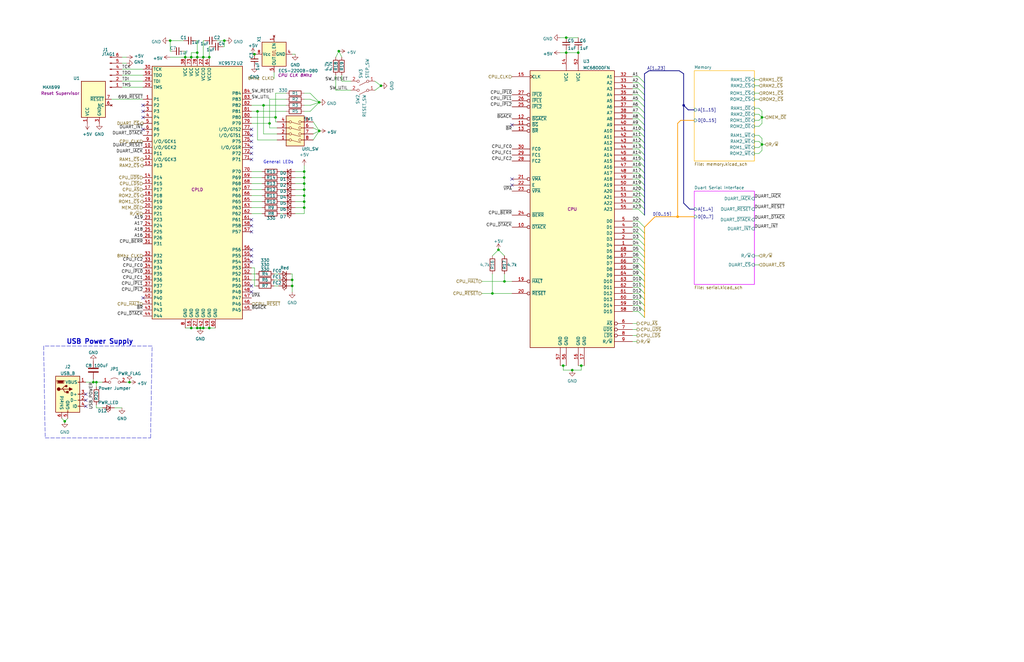
<source format=kicad_sch>
(kicad_sch (version 20211123) (generator eeschema)
  (paper "B")
  (title_block (title "Single Board Computer") (date "2022-02-01") (rev "2") (company "Jackson Miller") (comment 1 "Main Sheet") (comment 2 "CPU Connections"))
  (bus_alias "DATA_BUS" (members "D[1..15]"))
  (bus_alias "ADDR_BUS" (members "A[1..23]"))
  (junction (at 78.105 24.13))
  (junction (at 54.61 161.29))
  (junction (at 107.315 22.86))
  (junction (at 288.29 44.45))
  (junction (at 243.84 22.225))
  (junction (at 128.27 87.63))
  (junction (at 83.185 24.13))
  (junction (at 142.875 21.59))
  (junction (at 94.615 17.145))
  (junction (at 285.75 91.44) (color 255 153 0 1))
  (junction (at 39.37 161.29))
  (junction (at 128.27 77.47))
  (junction (at 85.725 24.13))
  (junction (at 83.185 22.225))
  (junction (at 321.31 60.96))
  (junction (at 27.305 177.8))
  (junction (at 88.265 24.13))
  (junction (at 128.27 82.55))
  (junction (at 88.265 138.43))
  (junction (at 116.205 49.53))
  (junction (at 85.725 138.43))
  (junction (at 123.19 118.11))
  (junction (at 237.49 154.305))
  (junction (at 128.27 74.93))
  (junction (at 241.3 156.21))
  (junction (at 134.62 55.245))
  (junction (at 207.645 123.825))
  (junction (at 71.755 17.145))
  (junction (at 83.185 138.43))
  (junction (at 128.27 80.01))
  (junction (at 40.64 161.29))
  (junction (at 80.645 138.43))
  (junction (at 128.27 72.39))
  (junction (at 123.19 120.65))
  (junction (at 321.31 49.53))
  (junction (at 160.655 36.195))
  (junction (at 113.665 52.07))
  (junction (at 108.585 46.99))
  (junction (at 212.725 118.745))
  (junction (at 210.185 105.41))
  (junction (at 238.76 22.225))
  (junction (at 84.455 138.43))
  (junction (at 238.76 15.875))
  (junction (at 245.11 154.305))
  (junction (at 80.645 24.13))
  (junction (at 111.125 44.45))
  (junction (at 128.27 85.09))
  (junction (at 134.62 43.18))
  (no_connect (at 106.045 54.61))
  (no_connect (at 106.045 62.23))
  (no_connect (at 215.9 52.705))
  (no_connect (at 106.045 110.49))
  (no_connect (at 60.325 49.53))
  (no_connect (at 36.195 171.45))
  (no_connect (at 36.195 168.91))
  (no_connect (at 36.195 166.37))
  (no_connect (at 106.045 123.19))
  (no_connect (at 215.9 78.105))
  (no_connect (at 215.9 75.565))
  (no_connect (at 106.045 64.77))
  (no_connect (at 106.045 92.71))
  (no_connect (at 106.045 95.25))
  (no_connect (at 106.045 97.79))
  (no_connect (at 106.045 107.95))
  (no_connect (at 60.325 44.45))
  (no_connect (at 60.325 46.99))
  (no_connect (at 106.045 120.65))
  (no_connect (at 106.045 105.41))
  (no_connect (at 106.045 57.15))
  (no_connect (at 60.325 54.61))
  (no_connect (at 106.045 59.69))
  (no_connect (at 60.325 125.73))
  (no_connect (at 106.045 67.31))
  (bus_entry (at 269.24 93.345) (size 2.54 2.54))
  (bus_entry (at 269.24 88.265) (size 2.54 2.54))
  (bus_entry (at 269.24 100.965) (size 2.54 2.54))
  (bus_entry (at 269.24 103.505) (size 2.54 2.54))
  (bus_entry (at 269.24 95.885) (size 2.54 2.54))
  (bus_entry (at 269.24 98.425) (size 2.54 2.54))
  (bus_entry (at 269.24 85.725) (size 2.54 2.54))
  (bus_entry (at 269.24 83.185) (size 2.54 2.54))
  (bus_entry (at 269.24 80.645) (size 2.54 2.54))
  (bus_entry (at 269.24 78.105) (size 2.54 2.54))
  (bus_entry (at 269.24 75.565) (size 2.54 2.54))
  (bus_entry (at 269.24 73.025) (size 2.54 2.54))
  (bus_entry (at 269.24 70.485) (size 2.54 2.54))
  (bus_entry (at 269.24 67.945) (size 2.54 2.54))
  (bus_entry (at 269.24 65.405) (size 2.54 2.54))
  (bus_entry (at 269.24 62.865) (size 2.54 2.54))
  (bus_entry (at 269.24 60.325) (size 2.54 2.54))
  (bus_entry (at 269.24 57.785) (size 2.54 2.54))
  (bus_entry (at 269.24 55.245) (size 2.54 2.54))
  (bus_entry (at 269.24 52.705) (size 2.54 2.54))
  (bus_entry (at 269.24 50.165) (size 2.54 2.54))
  (bus_entry (at 269.24 45.085) (size 2.54 2.54))
  (bus_entry (at 269.24 47.625) (size 2.54 2.54))
  (bus_entry (at 269.24 40.005) (size 2.54 2.54))
  (bus_entry (at 269.24 37.465) (size 2.54 2.54))
  (bus_entry (at 269.24 34.925) (size 2.54 2.54))
  (bus_entry (at 269.24 32.385) (size 2.54 2.54))
  (bus_entry (at 269.24 42.545) (size 2.54 2.54))
  (bus_entry (at 269.24 121.285) (size 2.54 2.54))
  (bus_entry (at 269.24 123.825) (size 2.54 2.54))
  (bus_entry (at 269.24 108.585) (size 2.54 2.54))
  (bus_entry (at 269.24 111.125) (size 2.54 2.54))
  (bus_entry (at 269.24 113.665) (size 2.54 2.54))
  (bus_entry (at 269.24 116.205) (size 2.54 2.54))
  (bus_entry (at 269.24 118.745) (size 2.54 2.54))
  (bus_entry (at 269.24 126.365) (size 2.54 2.54))
  (bus_entry (at 269.24 128.905) (size 2.54 2.54))
  (bus_entry (at 269.24 131.445) (size 2.54 2.54))
  (bus_entry (at 269.24 106.045) (size 2.54 2.54))
  (wire (pts (xy 128.27 90.17) (xy 128.27 87.63)))
  (wire (pts (xy 238.76 22.225) (xy 243.84 22.225)))
  (wire (pts (xy 128.27 85.09) (xy 128.27 82.55)))
  (wire (pts (xy 111.125 44.45) (xy 106.045 44.45)))
  (wire (pts (xy 107.95 115.57) (xy 106.045 115.57)))
  (bus (pts (xy 287.02 50.8) (xy 292.735 50.8)) (stroke (width 0) (color 255 153 0 1)))
  (bus (pts (xy 271.78 65.405) (xy 271.78 67.945)))
  (wire (pts (xy 110.49 77.47) (xy 106.045 77.47)))
  (wire (pts (xy 51.435 34.29) (xy 60.325 34.29)))
  (wire (pts (xy 40.64 161.29) (xy 39.37 161.29)))
  (bus (pts (xy 290.195 46.355) (xy 288.29 44.45)))
  (wire (pts (xy 110.49 82.55) (xy 106.045 82.55)))
  (bus (pts (xy 276.225 91.44) (xy 285.75 91.44)) (stroke (width 0) (color 255 153 0 1)))
  (wire (pts (xy 51.435 31.75) (xy 60.325 31.75)))
  (wire (pts (xy 141.605 38.1) (xy 147.955 38.1)))
  (wire (pts (xy 107.95 120.65) (xy 107.315 120.65)))
  (bus (pts (xy 271.78 121.285) (xy 271.78 123.825)) (stroke (width 0) (color 255 153 0 1)))
  (wire (pts (xy 266.7 37.465) (xy 269.24 37.465)))
  (wire (pts (xy 318.135 48.26) (xy 320.04 48.26)))
  (bus (pts (xy 285.75 91.44) (xy 292.735 91.44)) (stroke (width 0) (color 255 153 0 1)))
  (wire (pts (xy 46.99 41.91) (xy 60.325 41.91)))
  (wire (pts (xy 116.84 56.515) (xy 111.125 56.515)))
  (wire (pts (xy 243.84 154.305) (xy 245.11 154.305)))
  (wire (pts (xy 266.7 70.485) (xy 269.24 70.485)))
  (wire (pts (xy 88.265 138.43) (xy 90.805 138.43)))
  (wire (pts (xy 207.645 123.825) (xy 215.9 123.825)))
  (polyline (pts (xy 64.135 146.05) (xy 18.415 146.05)))
  (wire (pts (xy 266.7 93.345) (xy 269.24 93.345)))
  (wire (pts (xy 266.7 131.445) (xy 269.24 131.445)))
  (wire (pts (xy 318.135 45.72) (xy 320.04 45.72)))
  (bus (pts (xy 271.78 113.665) (xy 271.78 116.205)) (stroke (width 0) (color 255 153 0 1)))
  (wire (pts (xy 120.65 39.37) (xy 116.205 39.37)))
  (bus (pts (xy 271.78 47.625) (xy 271.78 50.165)))
  (wire (pts (xy 107.315 120.65) (xy 107.315 113.03)))
  (wire (pts (xy 71.12 17.145) (xy 71.755 17.145)))
  (wire (pts (xy 122.555 118.11) (xy 123.19 118.11)))
  (wire (pts (xy 320.04 53.34) (xy 321.31 52.07)))
  (wire (pts (xy 39.37 160.02) (xy 39.37 161.29)))
  (wire (pts (xy 266.7 144.145) (xy 268.605 144.145)))
  (bus (pts (xy 271.78 95.885) (xy 271.78 98.425)) (stroke (width 0) (color 255 153 0 1)))
  (wire (pts (xy 141.605 31.75) (xy 141.605 38.1)))
  (bus (pts (xy 271.78 60.325) (xy 271.78 62.865)))
  (bus (pts (xy 271.78 128.905) (xy 271.78 131.445)) (stroke (width 0) (color 255 153 0 1)))
  (polyline (pts (xy 63.5 184.785) (xy 64.135 146.05)))
  (wire (pts (xy 110.49 74.93) (xy 106.045 74.93)))
  (wire (pts (xy 85.725 24.13) (xy 85.725 17.145)))
  (wire (pts (xy 82.55 17.145) (xy 83.185 17.145)))
  (wire (pts (xy 124.46 74.93) (xy 128.27 74.93)))
  (wire (pts (xy 72.39 21.59) (xy 71.755 21.59)))
  (wire (pts (xy 320.04 64.77) (xy 321.31 63.5)))
  (wire (pts (xy 116.84 51.435) (xy 116.205 51.435)))
  (wire (pts (xy 320.04 48.26) (xy 321.31 49.53)))
  (wire (pts (xy 266.7 65.405) (xy 269.24 65.405)))
  (wire (pts (xy 144.145 24.13) (xy 142.875 21.59)))
  (bus (pts (xy 271.78 40.005) (xy 271.78 42.545)))
  (bus (pts (xy 271.78 108.585) (xy 271.78 111.125)) (stroke (width 0) (color 255 153 0 1)))
  (bus (pts (xy 271.78 34.925) (xy 271.78 37.465)))
  (wire (pts (xy 43.18 161.29) (xy 40.64 161.29)))
  (wire (pts (xy 266.7 32.385) (xy 269.24 32.385)))
  (bus (pts (xy 271.78 31.115) (xy 273.685 29.845)))
  (wire (pts (xy 147.955 34.29) (xy 144.145 34.29)))
  (wire (pts (xy 119.38 80.01) (xy 118.11 80.01)))
  (wire (pts (xy 320.04 41.91) (xy 318.135 41.91)))
  (wire (pts (xy 128.27 72.39) (xy 124.46 72.39)))
  (wire (pts (xy 266.7 73.025) (xy 269.24 73.025)))
  (wire (pts (xy 238.76 20.955) (xy 238.76 22.225)))
  (bus (pts (xy 271.78 62.865) (xy 271.78 65.405)))
  (polyline (pts (xy 19.05 184.785) (xy 63.5 184.785)))
  (bus (pts (xy 285.75 91.44) (xy 285.75 52.07)) (stroke (width 0) (color 255 153 0 1)))
  (wire (pts (xy 117.475 115.57) (xy 115.57 115.57)))
  (wire (pts (xy 48.26 172.085) (xy 51.435 172.085)))
  (bus (pts (xy 292.735 46.355) (xy 290.195 46.355)))
  (wire (pts (xy 124.46 82.55) (xy 128.27 82.55)))
  (bus (pts (xy 271.78 98.425) (xy 271.78 100.965)) (stroke (width 0) (color 255 153 0 1)))
  (wire (pts (xy 203.2 123.825) (xy 207.645 123.825)))
  (wire (pts (xy 266.7 67.945) (xy 269.24 67.945)))
  (wire (pts (xy 71.755 24.13) (xy 78.105 24.13)))
  (bus (pts (xy 271.78 55.245) (xy 271.78 57.785)))
  (wire (pts (xy 122.555 120.65) (xy 123.19 120.65)))
  (wire (pts (xy 128.27 77.47) (xy 128.27 74.93)))
  (wire (pts (xy 266.7 85.725) (xy 269.24 85.725)))
  (bus (pts (xy 271.78 118.745) (xy 271.78 121.285)) (stroke (width 0) (color 255 153 0 1)))
  (wire (pts (xy 266.7 123.825) (xy 269.24 123.825)))
  (wire (pts (xy 266.7 141.605) (xy 268.605 141.605)))
  (wire (pts (xy 113.665 52.07) (xy 113.665 41.91)))
  (wire (pts (xy 266.7 47.625) (xy 269.24 47.625)))
  (wire (pts (xy 26.035 176.53) (xy 27.305 177.8)))
  (wire (pts (xy 318.135 59.69) (xy 320.04 59.69)))
  (wire (pts (xy 78.105 24.13) (xy 80.645 24.13)))
  (wire (pts (xy 238.76 15.875) (xy 243.84 15.875)))
  (wire (pts (xy 141.605 24.13) (xy 142.875 21.59)))
  (wire (pts (xy 119.38 87.63) (xy 118.11 87.63)))
  (wire (pts (xy 80.645 138.43) (xy 83.185 138.43)))
  (wire (pts (xy 130.81 44.45) (xy 128.27 44.45)))
  (wire (pts (xy 266.7 100.965) (xy 269.24 100.965)))
  (wire (pts (xy 320.04 57.15) (xy 321.31 58.42)))
  (wire (pts (xy 266.7 113.665) (xy 269.24 113.665)))
  (wire (pts (xy 266.7 60.325) (xy 269.24 60.325)))
  (wire (pts (xy 318.135 64.77) (xy 320.04 64.77)))
  (bus (pts (xy 271.78 83.185) (xy 271.78 85.725)))
  (wire (pts (xy 203.2 118.745) (xy 212.725 118.745)))
  (wire (pts (xy 266.7 111.125) (xy 269.24 111.125)))
  (wire (pts (xy 237.49 154.305) (xy 238.76 154.305)))
  (wire (pts (xy 236.22 154.305) (xy 237.49 154.305)))
  (wire (pts (xy 71.755 17.145) (xy 71.755 21.59)))
  (wire (pts (xy 266.7 55.245) (xy 269.24 55.245)))
  (wire (pts (xy 212.725 107.95) (xy 210.185 105.41)))
  (bus (pts (xy 271.78 116.205) (xy 271.78 118.745)) (stroke (width 0) (color 255 153 0 1)))
  (bus (pts (xy 271.78 50.165) (xy 271.78 52.705)))
  (wire (pts (xy 130.81 41.91) (xy 134.62 43.18)))
  (wire (pts (xy 116.205 49.53) (xy 106.045 49.53)))
  (wire (pts (xy 318.135 57.15) (xy 320.04 57.15)))
  (wire (pts (xy 128.27 72.39) (xy 128.27 69.85)))
  (wire (pts (xy 116.205 51.435) (xy 116.205 49.53)))
  (wire (pts (xy 119.38 82.55) (xy 118.11 82.55)))
  (wire (pts (xy 94.615 17.145) (xy 95.25 17.145)))
  (wire (pts (xy 320.04 111.76) (xy 318.135 111.76)))
  (wire (pts (xy 320.04 62.23) (xy 321.31 60.96)))
  (wire (pts (xy 266.7 118.745) (xy 269.24 118.745)))
  (wire (pts (xy 130.81 44.45) (xy 134.62 43.18)))
  (wire (pts (xy 119.38 72.39) (xy 118.11 72.39)))
  (wire (pts (xy 266.7 95.885) (xy 269.24 95.885)))
  (bus (pts (xy 271.78 80.645) (xy 271.78 83.185)))
  (wire (pts (xy 94.615 19.685) (xy 94.615 17.145)))
  (wire (pts (xy 266.7 116.205) (xy 269.24 116.205)))
  (bus (pts (xy 290.83 88.265) (xy 292.735 88.265)))
  (wire (pts (xy 116.84 59.055) (xy 108.585 59.055)))
  (wire (pts (xy 236.22 22.225) (xy 238.76 22.225)))
  (wire (pts (xy 243.84 22.225) (xy 243.84 20.955)))
  (bus (pts (xy 285.75 52.07) (xy 287.02 50.8)) (stroke (width 0) (color 255 153 0 1)))
  (wire (pts (xy 80.645 24.13) (xy 83.185 24.13)))
  (wire (pts (xy 321.31 60.96) (xy 322.58 60.96)))
  (bus (pts (xy 271.78 106.045) (xy 271.78 108.585)) (stroke (width 0) (color 255 153 0 1)))
  (wire (pts (xy 83.185 138.43) (xy 84.455 138.43)))
  (wire (pts (xy 266.7 128.905) (xy 269.24 128.905)))
  (wire (pts (xy 130.81 39.37) (xy 128.27 39.37)))
  (bus (pts (xy 286.385 29.845) (xy 288.29 31.115)))
  (bus (pts (xy 271.78 78.105) (xy 271.78 80.645)))
  (bus (pts (xy 271.78 103.505) (xy 271.78 106.045)) (stroke (width 0) (color 255 153 0 1)))
  (wire (pts (xy 91.44 17.145) (xy 94.615 17.145)))
  (wire (pts (xy 266.7 103.505) (xy 269.24 103.505)))
  (wire (pts (xy 245.11 156.21) (xy 241.3 156.21)))
  (bus (pts (xy 288.29 31.115) (xy 288.29 44.45)))
  (wire (pts (xy 266.7 62.865) (xy 269.24 62.865)))
  (wire (pts (xy 60.325 36.83) (xy 51.435 36.83)))
  (wire (pts (xy 128.27 82.55) (xy 128.27 80.01)))
  (wire (pts (xy 88.265 24.13) (xy 88.265 19.685)))
  (wire (pts (xy 39.37 161.29) (xy 36.195 161.29)))
  (wire (pts (xy 158.115 38.1) (xy 160.655 36.195)))
  (wire (pts (xy 111.125 56.515) (xy 111.125 44.45)))
  (bus (pts (xy 271.78 88.265) (xy 271.78 90.805)))
  (wire (pts (xy 320.04 33.655) (xy 318.135 33.655)))
  (bus (pts (xy 271.78 85.725) (xy 271.78 88.265)))
  (wire (pts (xy 60.325 29.21) (xy 51.435 29.21)))
  (wire (pts (xy 318.135 107.95) (xy 320.04 107.95)))
  (wire (pts (xy 78.105 21.59) (xy 77.47 21.59)))
  (wire (pts (xy 113.665 52.07) (xy 106.045 52.07)))
  (bus (pts (xy 271.78 75.565) (xy 271.78 78.105)))
  (bus (pts (xy 271.78 37.465) (xy 271.78 40.005)))
  (wire (pts (xy 266.7 42.545) (xy 269.24 42.545)))
  (wire (pts (xy 212.725 118.745) (xy 215.9 118.745)))
  (wire (pts (xy 266.7 80.645) (xy 269.24 80.645)))
  (wire (pts (xy 245.11 154.305) (xy 246.38 154.305)))
  (wire (pts (xy 266.7 139.065) (xy 268.605 139.065)))
  (wire (pts (xy 51.435 24.13) (xy 53.34 24.13)))
  (wire (pts (xy 119.38 77.47) (xy 118.11 77.47)))
  (wire (pts (xy 130.81 41.91) (xy 128.27 41.91)))
  (wire (pts (xy 80.645 22.225) (xy 83.185 22.225)))
  (wire (pts (xy 110.49 72.39) (xy 106.045 72.39)))
  (wire (pts (xy 124.46 77.47) (xy 128.27 77.47)))
  (bus (pts (xy 271.78 73.025) (xy 271.78 75.565)))
  (bus (pts (xy 271.78 111.125) (xy 271.78 113.665)) (stroke (width 0) (color 255 153 0 1)))
  (wire (pts (xy 268.605 136.525) (xy 266.7 136.525)))
  (wire (pts (xy 207.645 107.95) (xy 210.185 105.41)))
  (wire (pts (xy 266.7 78.105) (xy 269.24 78.105)))
  (wire (pts (xy 110.49 87.63) (xy 106.045 87.63)))
  (wire (pts (xy 266.7 75.565) (xy 269.24 75.565)))
  (wire (pts (xy 85.725 138.43) (xy 88.265 138.43)))
  (wire (pts (xy 266.7 88.265) (xy 269.24 88.265)))
  (wire (pts (xy 134.62 55.245) (xy 132.08 51.435)))
  (wire (pts (xy 80.645 24.13) (xy 80.645 22.225)))
  (wire (pts (xy 237.49 154.305) (xy 237.49 156.21)))
  (wire (pts (xy 117.475 118.11) (xy 115.57 118.11)))
  (wire (pts (xy 122.555 115.57) (xy 123.19 115.57)))
  (wire (pts (xy 124.46 87.63) (xy 128.27 87.63)))
  (wire (pts (xy 110.49 85.09) (xy 106.045 85.09)))
  (bus (pts (xy 271.78 123.825) (xy 271.78 126.365)) (stroke (width 0) (color 255 153 0 1)))
  (wire (pts (xy 318.135 53.34) (xy 320.04 53.34)))
  (wire (pts (xy 266.7 106.045) (xy 269.24 106.045)))
  (wire (pts (xy 132.08 53.975) (xy 134.62 55.245)))
  (wire (pts (xy 107.95 22.86) (xy 107.315 22.86)))
  (wire (pts (xy 320.04 39.37) (xy 318.135 39.37)))
  (wire (pts (xy 128.27 80.01) (xy 128.27 77.47)))
  (wire (pts (xy 117.475 120.65) (xy 115.57 120.65)))
  (wire (pts (xy 119.38 74.93) (xy 118.11 74.93)))
  (wire (pts (xy 266.7 50.165) (xy 269.24 50.165)))
  (wire (pts (xy 321.31 58.42) (xy 321.31 60.96)))
  (bus (pts (xy 271.78 57.785) (xy 271.78 60.325)))
  (wire (pts (xy 40.64 170.815) (xy 40.64 172.085)))
  (wire (pts (xy 84.455 138.43) (xy 85.725 138.43)))
  (wire (pts (xy 266.7 45.085) (xy 269.24 45.085)))
  (wire (pts (xy 40.64 172.085) (xy 43.18 172.085)))
  (wire (pts (xy 124.46 85.09) (xy 128.27 85.09)))
  (wire (pts (xy 115.57 30.48) (xy 115.57 33.02)))
  (wire (pts (xy 124.46 80.01) (xy 128.27 80.01)))
  (wire (pts (xy 158.115 34.29) (xy 160.655 36.195)))
  (wire (pts (xy 85.725 17.145) (xy 86.36 17.145)))
  (wire (pts (xy 144.145 31.75) (xy 144.145 34.29)))
  (wire (pts (xy 321.31 63.5) (xy 321.31 60.96)))
  (wire (pts (xy 78.105 138.43) (xy 80.645 138.43)))
  (wire (pts (xy 128.27 87.63) (xy 128.27 85.09)))
  (polyline (pts (xy 18.415 146.05) (xy 19.05 184.785)))
  (wire (pts (xy 266.7 108.585) (xy 269.24 108.585)))
  (bus (pts (xy 271.78 70.485) (xy 271.78 73.025)))
  (wire (pts (xy 132.08 56.515) (xy 134.62 55.245)))
  (wire (pts (xy 119.38 85.09) (xy 118.11 85.09)))
  (bus (pts (xy 271.78 67.945) (xy 271.78 70.485)))
  (wire (pts (xy 83.185 17.145) (xy 83.185 22.225)))
  (wire (pts (xy 266.7 52.705) (xy 269.24 52.705)))
  (wire (pts (xy 321.31 49.53) (xy 322.58 49.53)))
  (wire (pts (xy 28.575 176.53) (xy 27.305 177.8)))
  (wire (pts (xy 83.185 22.225) (xy 83.185 24.13)))
  (wire (pts (xy 88.265 19.685) (xy 88.9 19.685)))
  (bus (pts (xy 271.78 31.115) (xy 271.78 34.925)))
  (wire (pts (xy 320.04 36.195) (xy 318.135 36.195)))
  (wire (pts (xy 71.755 17.145) (xy 77.47 17.145)))
  (wire (pts (xy 85.725 24.13) (xy 88.265 24.13)))
  (wire (pts (xy 266.7 121.285) (xy 269.24 121.285)))
  (bus (pts (xy 288.29 85.725) (xy 290.83 88.265)))
  (bus (pts (xy 271.78 52.705) (xy 271.78 55.245)))
  (wire (pts (xy 266.7 57.785) (xy 269.24 57.785)))
  (wire (pts (xy 108.585 59.055) (xy 108.585 46.99)))
  (wire (pts (xy 128.27 74.93) (xy 128.27 72.39)))
  (wire (pts (xy 107.315 22.86) (xy 106.68 22.86)))
  (wire (pts (xy 320.04 50.8) (xy 321.31 49.53)))
  (wire (pts (xy 320.04 45.72) (xy 321.31 46.99)))
  (wire (pts (xy 130.81 46.99) (xy 134.62 43.18)))
  (bus (pts (xy 271.78 42.545) (xy 271.78 45.085)))
  (wire (pts (xy 266.7 98.425) (xy 269.24 98.425)))
  (wire (pts (xy 123.19 115.57) (xy 123.19 118.11)))
  (bus (pts (xy 273.685 29.845) (xy 286.385 29.845)))
  (wire (pts (xy 236.22 15.875) (xy 238.76 15.875)))
  (wire (pts (xy 130.81 39.37) (xy 134.62 43.18)))
  (wire (pts (xy 266.7 40.005) (xy 269.24 40.005)))
  (wire (pts (xy 132.08 59.055) (xy 134.62 55.245)))
  (wire (pts (xy 120.65 44.45) (xy 111.125 44.45)))
  (wire (pts (xy 110.49 90.17) (xy 106.045 90.17)))
  (bus (pts (xy 288.29 44.45) (xy 288.29 85.725)))
  (wire (pts (xy 119.38 90.17) (xy 118.11 90.17)))
  (wire (pts (xy 116.205 49.53) (xy 116.205 39.37)))
  (wire (pts (xy 108.585 46.99) (xy 106.045 46.99)))
  (wire (pts (xy 245.11 154.305) (xy 245.11 156.21)))
  (wire (pts (xy 124.46 22.86) (xy 123.19 22.86)))
  (wire (pts (xy 321.31 52.07) (xy 321.31 49.53)))
  (wire (pts (xy 124.46 90.17) (xy 128.27 90.17)))
  (wire (pts (xy 266.7 126.365) (xy 269.24 126.365)))
  (wire (pts (xy 106.045 118.11) (xy 107.95 118.11)))
  (bus (pts (xy 271.78 126.365) (xy 271.78 128.905)) (stroke (width 0) (color 255 153 0 1)))
  (wire (pts (xy 120.65 46.99) (xy 108.585 46.99)))
  (bus (pts (xy 271.78 45.085) (xy 271.78 47.625)))
  (wire (pts (xy 266.7 34.925) (xy 269.24 34.925)))
  (wire (pts (xy 83.185 24.13) (xy 85.725 24.13)))
  (wire (pts (xy 237.49 156.21) (xy 241.3 156.21)))
  (wire (pts (xy 320.04 59.69) (xy 321.31 60.96)))
  (wire (pts (xy 120.65 41.91) (xy 113.665 41.91)))
  (wire (pts (xy 113.665 53.975) (xy 113.665 52.07)))
  (wire (pts (xy 130.81 46.99) (xy 128.27 46.99)))
  (bus (pts (xy 271.78 95.885) (xy 276.225 91.44)) (stroke (width 0) (color 255 153 0 1)))
  (wire (pts (xy 123.19 118.11) (xy 123.19 120.65)))
  (wire (pts (xy 212.725 118.745) (xy 212.725 115.57)))
  (bus (pts (xy 271.78 131.445) (xy 271.78 133.985)) (stroke (width 0) (color 255 153 0 1)))
  (bus (pts (xy 271.78 100.965) (xy 271.78 103.505)) (stroke (width 0) (color 255 153 0 1)))
  (wire (pts (xy 321.31 46.99) (xy 321.31 49.53)))
  (wire (pts (xy 54.61 161.29) (xy 53.34 161.29)))
  (wire (pts (xy 266.7 83.185) (xy 269.24 83.185)))
  (wire (pts (xy 40.64 161.29) (xy 40.64 163.195)))
  (wire (pts (xy 107.315 113.03) (xy 106.045 113.03)))
  (wire (pts (xy 318.135 50.8) (xy 320.04 50.8)))
  (wire (pts (xy 53.34 26.67) (xy 51.435 26.67)))
  (wire (pts (xy 318.135 62.23) (xy 320.04 62.23)))
  (wire (pts (xy 116.84 53.975) (xy 113.665 53.975)))
  (wire (pts (xy 110.49 80.01) (xy 106.045 80.01)))
  (wire (pts (xy 123.19 120.65) (xy 123.19 123.19)))
  (wire (pts (xy 207.645 123.825) (xy 207.645 115.57)))
  (wire (pts (xy 93.98 19.685) (xy 94.615 19.685)))
  (wire (pts (xy 78.105 24.13) (xy 78.105 21.59)))
  (text "General LEDs\n" (at 123.825 69.215 180) (effects (font (size 1.27 1.27)) (justify right bottom)))
  (text "USB Power Supply" (at 27.94 145.415 0) (effects (font (size 2 2) (thickness 0.4) bold) (justify left bottom)))
  (label "D5" (at 266.7 106.045 0))
  (label "CPU_~{IPL2}" (at 215.9 45.085 180))
  (label "~{BGACK}" (at 215.9 50.165 180))
  (label "DUART_~{IACK}" (at 318.135 83.82 0))
  (label "~{BR}" (at 215.9 55.245 180))
  (label "A16" (at 266.7 70.485 0))
  (label "DUART_~{INT}" (at 318.135 96.52 0))
  (label "D2" (at 266.7 98.425 0))
  (label "D3" (at 266.7 100.965 0))
  (label "CPU_~{IPL2}" (at 60.325 123.19 180))
  (label "USB_POWER" (at 39.37 161.29 270))
  (label "A7" (at 266.7 47.625 0))
  (label "SW_UTIL" (at 106.045 41.91 0))
  (label "A20" (at 266.7 80.645 0))
  (label "DUART_~{INT}" (at 60.325 54.61 180))
  (label "TCK" (at 51.435 29.21 0))
  (label "D4" (at 266.7 103.505 0))
  (label "DUART_~{IACK}" (at 60.325 64.77 180))
  (label "D8" (at 266.7 113.665 0))
  (label "TMS" (at 51.435 36.83 0))
  (label "CPU_FC2" (at 215.9 67.945 180))
  (label "D[0..15]" (at 283.21 91.44 180))
  (label "D11" (at 266.7 121.285 0))
  (label "TDO" (at 51.435 31.75 0))
  (label "A22" (at 266.7 85.725 0))
  (label "D14" (at 266.7 128.905 0))
  (label "A13" (at 266.7 62.865 0))
  (label "~{VPA}" (at 215.9 80.645 180))
  (label "A1" (at 266.7 32.385 0))
  (label "A5" (at 266.7 42.545 0))
  (label "CPU_~{IPL1}" (at 60.325 120.65 180))
  (label "D6" (at 266.7 108.585 0))
  (label "A11" (at 266.7 57.785 0))
  (label "D9" (at 266.7 116.205 0))
  (label "A18" (at 60.325 97.79 180))
  (label "A9" (at 266.7 52.705 0))
  (label "A17" (at 266.7 73.025 0))
  (label "A23" (at 266.7 88.265 0))
  (label "D0" (at 266.7 93.345 0))
  (label "CPU_FC1" (at 215.9 65.405 180))
  (label "A10" (at 266.7 55.245 0))
  (label "D12" (at 266.7 123.825 0))
  (label "CPU_~{IPL0}" (at 60.325 115.57 180))
  (label "A8" (at 266.7 50.165 0))
  (label "~{VPA}" (at 106.045 125.73 0))
  (label "DUART_~{DTACK}" (at 60.325 57.15 180))
  (label "CPU_~{BERR}" (at 215.9 90.805 180))
  (label "SW_UTIL" (at 146.685 38.1 180))
  (label "D10" (at 266.7 118.745 0))
  (label "A4" (at 266.7 40.005 0))
  (label "CPU_~{DTACK}" (at 60.325 133.35 180))
  (label "DUART_~{DTACK}" (at 318.135 92.71 0))
  (label "D13" (at 266.7 126.365 0))
  (label "A15" (at 266.7 67.945 0))
  (label "CPU_FC0" (at 215.9 62.865 180))
  (label "D1" (at 266.7 95.885 0))
  (label "A2" (at 266.7 34.925 0))
  (label "D15" (at 266.7 131.445 0))
  (label "A19" (at 266.7 78.105 0))
  (label "~{BGACK}" (at 106.045 130.81 0))
  (label "DUART_~{RESET}" (at 60.325 62.23 180))
  (label "A17" (at 60.325 95.25 180))
  (label "A6" (at 266.7 45.085 0))
  (label "SW_RESET" (at 146.685 34.29 180))
  (label "A3" (at 266.7 37.465 0))
  (label "A16" (at 60.325 100.33 180))
  (label "D7" (at 266.7 111.125 0))
  (label "A18" (at 266.7 75.565 0))
  (label "CPU_FC2" (at 60.325 110.49 180))
  (label "CPU_FC0" (at 60.325 113.03 180))
  (label "~{BR}" (at 60.325 130.81 180))
  (label "A12" (at 266.7 60.325 0))
  (label "SW_RESET" (at 106.045 39.37 0))
  (label "699_~{RESET}" (at 60.325 41.91 180))
  (label "A19" (at 60.325 92.71 180))
  (label "A[1..23]" (at 280.67 29.845 180))
  (label "CPU_~{IPL0}" (at 215.9 40.005 180))
  (label "CPU_~{DTACK}" (at 215.9 95.885 180))
  (label "A14" (at 266.7 65.405 0))
  (label "CPU_~{BERR}" (at 60.325 102.87 180))
  (label "CPU_~{IPL1}" (at 215.9 42.545 180))
  (label "DUART_~{RESET}" (at 318.135 88.265 0))
  (label "TDI" (at 51.435 34.29 0))
  (label "CPU_FC1" (at 60.325 118.11 180))
  (label "A21" (at 266.7 83.185 0))
  (hierarchical_label "8Mhz CLK" (shape input) (at 115.57 33.02 180))
  (hierarchical_label "R{slash}~{W}" (shape input) (at 322.58 60.96 0))
  (hierarchical_label "R{slash}~{W}" (shape input) (at 60.325 90.17 180))
  (hierarchical_label "CPU_~{LDS}" (shape output) (at 268.605 141.605 0))
  (hierarchical_label "CPU_~{AS}" (shape output) (at 268.605 136.525 0))
  (hierarchical_label "CPU_CLK" (shape input) (at 60.325 59.69 180))
  (hierarchical_label "CPU_~{RESET}" (shape input) (at 106.045 128.27 0))
  (hierarchical_label "MEM_~{OE}" (shape input) (at 322.58 49.53 0))
  (hierarchical_label "RAM1_~{CS}" (shape output) (at 60.325 67.31 180))
  (hierarchical_label "8Mhz CLK" (shape input) (at 60.325 107.95 180))
  (hierarchical_label "CPU_~{UDS}" (shape input) (at 60.325 74.93 180))
  (hierarchical_label "CPU_~{RESET}" (shape input) (at 203.2 123.825 180))
  (hierarchical_label "CPU_~{AS}" (shape input) (at 60.325 80.01 180))
  (hierarchical_label "ROM1_~{CS}" (shape input) (at 320.04 39.37 0))
  (hierarchical_label "DUART_~{CS}" (shape output) (at 60.325 52.07 180))
  (hierarchical_label "RAM2_~{CS}" (shape input) (at 320.04 36.195 0))
  (hierarchical_label "MEM_~{OE}" (shape input) (at 60.325 87.63 180))
  (hierarchical_label "DUART_~{CS}" (shape input) (at 320.04 111.76 0))
  (hierarchical_label "RAM1_~{CS}" (shape input) (at 320.04 33.655 0))
  (hierarchical_label "CPU_~{HALT}" (shape input) (at 60.325 128.27 180))
  (hierarchical_label "CPU_~{HALT}" (shape input) (at 203.2 118.745 180))
  (hierarchical_label "ROM1_~{CS}" (shape output) (at 60.325 85.09 180))
  (hierarchical_label "R{slash}~{W}" (shape output) (at 268.605 144.145 0))
  (hierarchical_label "CPU_~{LDS}" (shape input) (at 60.325 77.47 180))
  (hierarchical_label "ROM2_~{CS}" (shape input) (at 320.04 41.91 0))
  (hierarchical_label "RAM2_~{CS}" (shape output) (at 60.325 69.85 180))
  (hierarchical_label "CPU_~{UDS}" (shape output) (at 268.605 139.065 0))
  (hierarchical_label "ROM2_~{CS}" (shape output) (at 60.325 82.55 180))
  (hierarchical_label "R{slash}~{W}" (shape input) (at 320.04 107.95 0))
  (hierarchical_label "CPU_CLK" (shape input) (at 215.9 32.385 180))
  (symbol (lib_id "Device:C_Small") (at 80.01 17.145 270) (unit 1)
    (property "Reference" "C1" (at 78.74 15.875 90) (effects (justify right)))
    (property "Value" "1uF" (at 84.455 17.78 90) (effects (justify right)))
    (property "Footprint" "Capacitor_SMD:C_0805_2012Metric_Pad1.18x1.45mm_HandSolder" (effects hide))
    (property "Name" "CL21B105KAFNNNE" (effects hide))
  )
  (symbol (lib_id "Device:LED_Small") (at 121.92 77.47 0) (mirror x) (unit 1)
    (property "Reference" "D2" (at 119.38 78.105 0))
    (property "Value" "Green" (effects hide))
    (property "Footprint" "LED_SMD:LED_0805_2012Metric_Pad1.15x1.40mm_HandSolder" (effects hide))
    (property "Datasheet" "https://www.we-online.com/katalog/datasheet/150080SS75000.pdf" (effects hide))
  )
  (symbol (lib_id "power:GND") (at 241.3 156.21 0) (unit 1)
    (property "Reference" "#PWR020" (effects hide))
    (property "Value" "GND" (at 241.3 160.7725 0))
  )
  (symbol (lib_id "Device:R") (at 141.605 27.94 0) (mirror y) (unit 1)
    (property "Reference" "R18" (at 141.605 27.94 90))
    (property "Value" "4.7k" (at 139.3976 27.94 90))
    (property "Footprint" "Resistor_SMD:R_0805_2012Metric_Pad1.20x1.40mm_HandSolder" (effects hide))
    (property "Datasheet" "https://www.koaspeer.com/pdfs/RK73G.pdf" (effects hide))
    (property "Name" "RK73G2ATTD4701F" (effects hide))
  )
  (symbol (lib_id "power:+5V") (at 142.875 21.59 270) (mirror x) (unit 1)
    (property "Reference" "#PWR017" (effects hide))
    (property "Value" "+5V" (at 146.05 22.069 90) (effects (justify left)))
  )
  (symbol (lib_id "Device:R") (at 114.3 72.39 270) (unit 1)
    (property "Reference" "R15" (at 114.3 72.39 90))
    (property "Value" "330" (effects hide))
    (property "Footprint" "Resistor_SMD:R_0805_2012Metric_Pad1.20x1.40mm_HandSolder" (effects hide))
    (property "Datasheet" "https://www.bourns.com/docs/product-datasheets/cr.pdf" (effects hide))
    (property "Name" "CR0805-FX-3300ELF" (effects hide))
  )
  (symbol (lib_id "Device:R") (at 124.46 46.99 270) (mirror x) (unit 1)
    (property "Reference" "R5" (at 124.46 46.99 90))
    (property "Value" "330" (effects hide))
    (property "Footprint" "Resistor_SMD:R_0805_2012Metric_Pad1.20x1.40mm_HandSolder" (effects hide))
    (property "Datasheet" "https://www.bourns.com/docs/product-datasheets/cr.pdf" (effects hide))
    (property "Name" "CR0805-FX-3300ELF" (effects hide))
  )
  (symbol (lib_id "Device:R") (at 212.725 111.76 0) (unit 1)
    (property "Reference" "R17" (at 212.725 111.76 90))
    (property "Value" "4.7k" (at 215.9 111.76 0))
    (property "Footprint" "Resistor_SMD:R_0805_2012Metric_Pad1.20x1.40mm_HandSolder" (effects hide))
    (property "Datasheet" "https://www.koaspeer.com/pdfs/RK73G.pdf" (effects hide))
    (property "Name" "RK73G2ATTD4701F" (effects hide))
  )
  (symbol (lib_id "Device:R") (at 124.46 44.45 270) (mirror x) (unit 1)
    (property "Reference" "R3" (at 124.46 44.45 90))
    (property "Value" "330" (effects hide))
    (property "Footprint" "Resistor_SMD:R_0805_2012Metric_Pad1.20x1.40mm_HandSolder" (effects hide))
    (property "Datasheet" "https://www.bourns.com/docs/product-datasheets/cr.pdf" (effects hide))
    (property "Name" "CR0805-FX-3300ELF" (effects hide))
  )
  (symbol (lib_id "Device:LED_Small") (at 121.92 90.17 0) (mirror x) (unit 1)
    (property "Reference" "D7" (at 119.38 91.44 0))
    (property "Value" "Blue" (effects hide))
    (property "Footprint" "LED_SMD:LED_0805_2012Metric_Pad1.15x1.40mm_HandSolder" (effects hide))
    (property "Datasheet" "https://www.we-online.com/katalog/datasheet/150080SS75000.pdf" (effects hide))
  )
  (symbol (lib_id "Device:R") (at 114.3 90.17 270) (unit 1)
    (property "Reference" "R8" (at 114.3 90.17 90))
    (property "Value" "330" (at 114.3 92.075 90))
    (property "Footprint" "Resistor_SMD:R_0805_2012Metric_Pad1.20x1.40mm_HandSolder" (effects hide))
    (property "Datasheet" "https://www.bourns.com/docs/product-datasheets/cr.pdf" (effects hide))
    (property "Name" "CR0805-FX-3300ELF" (effects hide))
  )
  (symbol (lib_id "power:GND") (at 236.22 15.875 270) (unit 1)
    (property "Reference" "#PWR03" (effects hide))
    (property "Value" "GND" (at 233.0451 16.354 90) (effects (justify right)))
  )
  (symbol (lib_id "Device:C_Small") (at 107.315 25.4 180) (unit 1)
    (property "Reference" "C3" (at 106.045 24.765 90) (effects (justify right)))
    (property "Value" "1uF" (at 108.585 29.845 90) (effects (justify right)))
    (property "Footprint" "Capacitor_SMD:C_0805_2012Metric_Pad1.18x1.45mm_HandSolder" (effects hide))
    (property "Name" "CL21B105KAFNNNE" (effects hide))
  )
  (symbol (lib_id "power:+5V") (at 53.34 24.13 270) (mirror x) (unit 1)
    (property "Reference" "#PWR06" (effects hide))
    (property "Value" "+5V" (at 56.515 23.651 90) (effects (justify left)))
  )
  (symbol (lib_id "Device:R") (at 144.145 27.94 0) (mirror y) (unit 1)
    (property "Reference" "R19" (at 144.145 27.94 90))
    (property "Value" "4.7k" (at 137.795 27.94 90))
    (property "Footprint" "Resistor_SMD:R_0805_2012Metric_Pad1.20x1.40mm_HandSolder" (effects hide))
    (property "Datasheet" "https://www.koaspeer.com/pdfs/RK73G.pdf" (effects hide))
    (property "Name" "RK73G2ATTD4701F" (effects hide))
  )
  (symbol (lib_id "Device:LED_Small") (at 45.72 172.085 180) (unit 1)
    (property "Reference" "D12" (at 43.18 173.355 0))
    (property "Value" "PWR_LED" (at 45.6565 169.8776 0))
    (property "Footprint" "LED_SMD:LED_0805_2012Metric_Pad1.15x1.40mm_HandSolder" (effects hide))
  )
  (symbol (lib_id "Device:LED_Small") (at 121.92 72.39 0) (mirror x) (unit 1)
    (property "Reference" "D0" (at 119.38 73.025 0))
    (property "Value" "Green" (effects hide))
    (property "Footprint" "LED_SMD:LED_0805_2012Metric_Pad1.15x1.40mm_HandSolder" (effects hide))
    (property "Datasheet" "https://www.we-online.com/katalog/datasheet/150080SS75000.pdf" (effects hide))
  )
  (symbol (lib_id "power:GND") (at 53.34 26.67 90) (mirror x) (unit 1)
    (property "Reference" "#PWR09" (effects hide))
    (property "Value" "GND" (at 56.515 26.191 90) (effects (justify right)))
  )
  (symbol (lib_id "power:+5V") (at 54.61 161.29 270) (unit 1)
    (property "Reference" "#PWR022" (effects hide))
    (property "Value" "+5V" (at 57.785 161.769 90) (effects (justify left)))
  )
  (symbol (lib_id "power:GND") (at 71.12 17.145 270) (unit 1)
    (property "Reference" "#PWR01" (effects hide))
    (property "Value" "GND" (at 67.9451 17.624 90) (effects (justify right)))
  )
  (symbol (lib_id "Connector:Conn_01x06_Male") (at 46.355 31.75 0) (mirror x) (unit 1)
    (property "Reference" "J1" (at 44.45 20.955 0))
    (property "Value" "JTAG1" (at 45.72 22.86 0))
    (property "Footprint" "MCD Footprints:JTAG PinHeader_1x06_P2.54mm_Vertical" (effects hide))
  )
  (symbol (lib_id "CPU_NXP_68000:MC68000FN") (at 241.3 88.265 0) (unit 1)
    (property "Reference" "U3" (at 245.8594 25.8785 0) (effects (justify left)))
    (property "Value" "MC68000FN" (at 245.8594 28.6536 0) (effects (justify left)))
    (property "Footprint" "Package_LCC:PLCC-68_THT-Socket" (effects hide))
    (property "Datasheet" "https://www.nxp.com/docs/en/reference-manual/MC68000UM.pdf" (effects hide))
    (property "Name" "CPU" (at 241.3 88.265 0))
  )
  (symbol (lib_id "power:+5V") (at 236.22 22.225 90) (unit 1)
    (property "Reference" "#PWR08" (effects hide))
    (property "Value" "+5V" (at 233.0451 22.704 90) (effects (justify left)))
  )
  (symbol (lib_id "Device:R") (at 124.46 41.91 270) (mirror x) (unit 1)
    (property "Reference" "R2" (at 124.46 41.91 90))
    (property "Value" "330" (effects hide))
    (property "Footprint" "Resistor_SMD:R_0805_2012Metric_Pad1.20x1.40mm_HandSolder" (effects hide))
    (property "Datasheet" "https://www.bourns.com/docs/product-datasheets/cr.pdf" (effects hide))
    (property "Name" "CR0805-FX-3300ELF" (effects hide))
  )
  (symbol (lib_id "Device:C_Small") (at 91.44 19.685 90) (unit 1)
    (property "Reference" "C4" (at 92.075 18.415 90) (effects (justify right)))
    (property "Value" "1uF" (at 86.995 20.955 90) (effects (justify right)))
    (property "Footprint" "Capacitor_SMD:C_0805_2012Metric_Pad1.18x1.45mm_HandSolder" (effects hide))
    (property "Name" "CL21B105KAFNNNE" (effects hide))
  )
  (symbol (lib_id "Device:R") (at 40.64 167.005 180) (unit 1)
    (property "Reference" "R20" (at 40.64 167.005 90))
    (property "Value" "330" (effects hide))
    (property "Footprint" "Resistor_SMD:R_0805_2012Metric_Pad1.20x1.40mm_HandSolder" (effects hide))
    (property "Datasheet" "https://www.bourns.com/docs/product-datasheets/cr.pdf" (effects hide))
    (property "Name" "CR0805-FX-3300ELF" (effects hide))
  )
  (symbol (lib_id "Device:R") (at 114.3 87.63 270) (unit 1)
    (property "Reference" "R9" (at 114.3 87.63 90))
    (property "Value" "330" (effects hide))
    (property "Footprint" "Resistor_SMD:R_0805_2012Metric_Pad1.20x1.40mm_HandSolder" (effects hide))
    (property "Datasheet" "https://www.bourns.com/docs/product-datasheets/cr.pdf" (effects hide))
    (property "Name" "CR0805-FX-3300ELF" (effects hide))
  )
  (symbol (lib_id "Device:R") (at 111.76 115.57 270) (mirror x) (unit 1)
    (property "Reference" "R4" (at 111.76 115.57 90))
    (property "Value" "330" (at 111.76 109.855 90))
    (property "Footprint" "Resistor_SMD:R_0805_2012Metric_Pad1.20x1.40mm_HandSolder" (effects hide))
    (property "Datasheet" "https://www.bourns.com/docs/product-datasheets/cr.pdf" (effects hide))
    (property "Name" "CR0805-FX-3300ELF" (effects hide))
  )
  (symbol (lib_id "power:+5V") (at 128.27 69.85 0) (unit 1)
    (property "Reference" "#PWR015" (effects hide))
    (property "Value" "+5V" (at 128.27 65.2875 0))
  )
  (symbol (lib_id "power:GND") (at 123.19 123.19 0) (mirror y) (unit 1)
    (property "Reference" "#PWR013" (effects hide))
    (property "Value" "GND" (at 123.19 127.7525 0))
  )
  (symbol (lib_id "Device:R") (at 114.3 74.93 270) (unit 1)
    (property "Reference" "R14" (at 114.3 74.93 90))
    (property "Value" "330" (effects hide))
    (property "Footprint" "Resistor_SMD:R_0805_2012Metric_Pad1.20x1.40mm_HandSolder" (effects hide))
    (property "Datasheet" "https://www.bourns.com/docs/product-datasheets/cr.pdf" (effects hide))
    (property "Name" "CR0805-FX-3300ELF" (effects hide))
  )
  (symbol (lib_id "power:PWR_FLAG") (at 54.61 161.29 0) (unit 1)
    (property "Reference" "#FLG01" (effects hide))
    (property "Value" "PWR_FLAG" (at 54.61 157.6855 0))
  )
  (symbol (lib_id "Device:C") (at 39.37 156.21 180) (unit 1)
    (property "Reference" "C8" (at 38.735 154.305 0) (effects (justify left)))
    (property "Value" "100uF" (at 45.72 154.305 0) (effects (justify left)))
    (property "Footprint" "Capacitor_SMD:C_1210_3225Metric_Pad1.33x2.70mm_HandSolder" (effects hide))
    (property "Datasheet" "https://media.digikey.com/pdf/Data%20Sheets/Samsung%20PDFs/CL_Series_MLCC_ds.pdf" (effects hide))
    (property "Name" "CL32A107MQVNNWE" (effects hide))
  )
  (symbol (lib_id "Switch:SW_SPST") (at 153.035 38.1 180) (unit 1)
    (property "Reference" "SW2" (at 150.8565 39.878 90) (effects (justify left)))
    (property "Value" "RESET_SW" (at 153.6316 39.878 90) (effects (justify left)))
    (property "Footprint" "Button_Switch_THT:SW_PUSH_6mm" (effects hide))
  )
  (symbol (lib_id "power:GND") (at 107.315 27.94 0) (unit 1)
    (property "Reference" "#PWR049" (effects hide))
    (property "Value" "GND" (at 107.315 32.5025 0))
  )
  (symbol (lib_id "power:GND") (at 160.655 36.195 90) (unit 1)
    (property "Reference" "#PWR019" (effects hide))
    (property "Value" "GND" (at 165.2175 36.195 0))
  )
  (symbol (lib_id "MCD_Symbols:ECS_CLK_DIP8") (at 115.57 22.86 90) (mirror x) (unit 1)
    (property "Reference" "X1" (at 109.22 16.51 0))
    (property "Value" "ECS-2200B-080" (at 125.73 29.845 90))
    (property "Footprint" "Oscillator:Oscillator_DIP-8_LargePads" (effects hide))
    (property "Datasheet" "https://ecsxtal.com/store/pdf/ecs_2200.pdf" (effects hide))
    (property "Name" "CPU CLK 8Mhz" (at 124.46 31.75 90) (effects (font italic)))
  )
  (symbol (lib_id "power:+5V") (at 36.83 52.07 180) (unit 1)
    (property "Reference" "#PWR010" (effects hide))
    (property "Value" "+5V" (at 36.83 56.6325 0))
  )
  (symbol (lib_id "power:GND") (at 134.62 43.18 90) (mirror x) (unit 1)
    (property "Reference" "#PWR012" (effects hide))
    (property "Value" "GND" (at 137.7949 43.659 90) (effects (justify right)))
  )
  (symbol (lib_id "Device:R") (at 207.645 111.76 0) (unit 1)
    (property "Reference" "R16" (at 207.645 111.76 90))
    (property "Value" "4.7k" (at 204.47 111.76 0))
    (property "Footprint" "Resistor_SMD:R_0805_2012Metric_Pad1.20x1.40mm_HandSolder" (effects hide))
    (property "Datasheet" "https://www.koaspeer.com/pdfs/RK73G.pdf" (effects hide))
    (property "Name" "RK73G2ATTD4701F" (effects hide))
  )
  (symbol (lib_id "power:GND") (at 27.305 177.8 0) (unit 1)
    (property "Reference" "#PWR024" (effects hide))
    (property "Value" "GND" (at 27.305 182.3625 0))
  )
  (symbol (lib_id "Device:R") (at 114.3 82.55 270) (unit 1)
    (property "Reference" "R11" (at 114.3 82.55 90))
    (property "Value" "330" (effects hide))
    (property "Footprint" "Resistor_SMD:R_0805_2012Metric_Pad1.20x1.40mm_HandSolder" (effects hide))
    (property "Datasheet" "https://www.bourns.com/docs/product-datasheets/cr.pdf" (effects hide))
    (property "Name" "CR0805-FX-3300ELF" (effects hide))
  )
  (symbol (lib_id "Device:R") (at 114.3 80.01 270) (unit 1)
    (property "Reference" "R12" (at 114.3 80.01 90))
    (property "Value" "330" (effects hide))
    (property "Footprint" "Resistor_SMD:R_0805_2012Metric_Pad1.20x1.40mm_HandSolder" (effects hide))
    (property "Datasheet" "https://www.bourns.com/docs/product-datasheets/cr.pdf" (effects hide))
    (property "Name" "CR0805-FX-3300ELF" (effects hide))
  )
  (symbol (lib_id "CPLD_Xilinx:XC95108PC84") (at 83.185 80.01 0) (unit 1)
    (property "Reference" "U2" (at 99.695 26.67 0) (effects (justify left)))
    (property "Value" "XC9572" (at 92.075 26.67 0) (effects (justify left)))
    (property "Footprint" "Package_LCC:PLCC-84_THT-Socket" (effects hide))
    (property "Datasheet" "www.xilinx.com/support/documentation/data_sheets/ds065.pdf" (effects hide))
    (property "Name" "CPLD" (at 83.185 80.01 0))
  )
  (symbol (lib_id "Device:R") (at 111.76 118.11 270) (mirror x) (unit 1)
    (property "Reference" "R6" (at 111.76 118.11 90))
    (property "Value" "330" (at 111.76 111.76 90))
    (property "Footprint" "Resistor_SMD:R_0805_2012Metric_Pad1.20x1.40mm_HandSolder" (effects hide))
    (property "Datasheet" "https://www.bourns.com/docs/product-datasheets/cr.pdf" (effects hide))
    (property "Name" "CR0805-FX-3300ELF" (effects hide))
  )
  (symbol (lib_id "power:+5V") (at 134.62 55.245 270) (mirror x) (unit 1)
    (property "Reference" "#PWR014" (effects hide))
    (property "Value" "+5V" (at 137.7949 55.724 90) (effects (justify left)))
  )
  (symbol (lib_id "power:GND") (at 41.91 52.07 0) (unit 1)
    (property "Reference" "#PWR011" (effects hide))
    (property "Value" "GND" (at 41.91 56.6325 0))
  )
  (symbol (lib_id "power:GND") (at 39.37 152.4 180) (unit 1)
    (property "Reference" "#PWR021" (effects hide))
    (property "Value" "GND" (at 39.37 148.7955 0))
  )
  (symbol (lib_id "Device:C_Small") (at 243.84 18.415 180) (unit 1)
    (property "Reference" "C6" (at 244.475 17.145 0) (effects (justify right)))
    (property "Value" "1uF" (at 244.475 20.32 0) (effects (justify right)))
    (property "Footprint" "Capacitor_SMD:C_0805_2012Metric_Pad1.18x1.45mm_HandSolder" (effects hide))
    (property "Name" "CL21B105KAFNNNE" (effects hide))
  )
  (symbol (lib_id "power:GND") (at 84.455 138.43 0) (unit 1)
    (property "Reference" "#PWR018" (effects hide))
    (property "Value" "GND" (at 84.455 142.9925 0))
  )
  (symbol (lib_id "Jumper:Jumper_2_Open") (at 48.26 161.29 0) (unit 1)
    (property "Reference" "JP1" (at 48.26 155.6725 0))
    (property "Value" "Power Jumper" (at 48.26 163.83 0))
    (property "Footprint" "Connector_PinHeader_2.54mm:PinHeader_1x02_P2.54mm_Vertical" (effects hide))
  )
  (symbol (lib_id "Connector:USB_B_Mini") (at 28.575 166.37 0) (unit 1)
    (property "Reference" "J2" (at 28.575 154.7835 0))
    (property "Value" "USB_B" (at 28.575 157.5586 0))
    (property "Footprint" "MCD Footprints:USB_Micro-B_CS5A-NF" (effects hide))
    (property "Datasheet" "https://app.adam-tech.com/products/download/data_sheet/195343/mcr-b-s-ra-smt-cs5a-nf-t-r-data-sheet.pdf" (effects hide))
  )
  (symbol (lib_id "Device:LED_Small") (at 121.92 82.55 0) (mirror x) (unit 1)
    (property "Reference" "D4" (at 119.38 83.185 0))
    (property "Value" "Blue" (effects hide))
    (property "Footprint" "LED_SMD:LED_0805_2012Metric_Pad1.15x1.40mm_HandSolder" (effects hide))
    (property "Datasheet" "https://www.we-online.com/katalog/datasheet/150080SS75000.pdf" (effects hide))
  )
  (symbol (lib_id "Device:LED_Small") (at 120.015 115.57 180) (unit 1)
    (property "Reference" "FC0" (at 116.84 114.3 0))
    (property "Value" "Red" (at 120.015 113.03 0))
    (property "Footprint" "LED_SMD:LED_0805_2012Metric_Pad1.15x1.40mm_HandSolder" (effects hide))
    (property "Datasheet" "https://www.we-online.com/katalog/datasheet/150080SS75000.pdf" (effects hide))
  )
  (symbol (lib_id "Device:R") (at 124.46 39.37 270) (mirror x) (unit 1)
    (property "Reference" "R1" (at 124.46 39.37 90))
    (property "Value" "330" (at 119.38 38.1 90))
    (property "Footprint" "Resistor_SMD:R_0805_2012Metric_Pad1.20x1.40mm_HandSolder" (effects hide))
    (property "Datasheet" "https://www.bourns.com/docs/product-datasheets/cr.pdf" (effects hide))
    (property "Name" "CR0805-FX-3300ELF" (effects hide))
  )
  (symbol (lib_id "Switch:SW_SPST") (at 153.035 34.29 180) (unit 1)
    (property "Reference" "SW3" (at 152.1265 33.147 90) (effects (justify right)))
    (property "Value" "STEP_SW" (at 154.9016 33.147 90) (effects (justify right)))
    (property "Footprint" "Button_Switch_THT:SW_PUSH_6mm" (effects hide))
  )
  (symbol (lib_id "power:GND") (at 124.46 22.86 0) (mirror y) (unit 1)
    (property "Reference" "#PWR05" (effects hide))
    (property "Value" "GND" (at 124.46 27.4225 0))
  )
  (symbol (lib_id "Device:R") (at 114.3 85.09 270) (unit 1)
    (property "Reference" "R10" (at 114.3 85.09 90))
    (property "Value" "330" (effects hide))
    (property "Footprint" "Resistor_SMD:R_0805_2012Metric_Pad1.20x1.40mm_HandSolder" (effects hide))
    (property "Datasheet" "https://www.bourns.com/docs/product-datasheets/cr.pdf" (effects hide))
    (property "Name" "CR0805-FX-3300ELF" (effects hide))
  )
  (symbol (lib_id "Switch:SW_DIP_x04") (at 124.46 53.975 0) (mirror x) (unit 1)
    (property "Reference" "SW1" (at 130.175 50.165 0))
    (property "Value" "Util_SW" (at 130.81 62.865 0))
    (property "Footprint" "Button_Switch_SMD:SW_DIP_SPSTx04_Slide_6.7x11.72mm_W8.61mm_P2.54mm_LowProfile" (effects hide))
  )
  (symbol (lib_id "power:+5V") (at 71.755 24.13 90) (unit 1)
    (property "Reference" "#PWR07" (effects hide))
    (property "Value" "+5V" (at 68.5801 24.609 90) (effects (justify left)))
  )
  (symbol (lib_id "Device:LED_Small") (at 121.92 80.01 0) (mirror x) (unit 1)
    (property "Reference" "D3" (at 119.38 80.645 0))
    (property "Value" "Green" (effects hide))
    (property "Footprint" "LED_SMD:LED_0805_2012Metric_Pad1.15x1.40mm_HandSolder" (effects hide))
    (property "Datasheet" "https://www.we-online.com/katalog/datasheet/150080SS75000.pdf" (effects hide))
  )
  (symbol (lib_id "Device:LED_Small") (at 120.015 118.11 180) (unit 1)
    (property "Reference" "FC1" (at 116.84 116.84 0))
    (property "Value" "Red" (effects hide))
    (property "Footprint" "LED_SMD:LED_0805_2012Metric_Pad1.15x1.40mm_HandSolder" (effects hide))
    (property "Datasheet" "https://www.we-online.com/katalog/datasheet/150080SS75000.pdf" (effects hide))
  )
  (symbol (lib_id "Device:LED_Small") (at 121.92 87.63 0) (mirror x) (unit 1)
    (property "Reference" "D6" (at 119.38 88.265 0))
    (property "Value" "Blue" (effects hide))
    (property "Footprint" "LED_SMD:LED_0805_2012Metric_Pad1.15x1.40mm_HandSolder" (effects hide))
    (property "Datasheet" "https://www.we-online.com/katalog/datasheet/150080SS75000.pdf" (effects hide))
  )
  (symbol (lib_id "Device:R") (at 111.76 120.65 270) (mirror x) (unit 1)
    (property "Reference" "R7" (at 111.76 120.65 90))
    (property "Value" "330" (at 111.76 113.665 90))
    (property "Footprint" "Resistor_SMD:R_0805_2012Metric_Pad1.20x1.40mm_HandSolder" (effects hide))
    (property "Datasheet" "https://www.bourns.com/docs/product-datasheets/cr.pdf" (effects hide))
    (property "Name" "CR0805-FX-3300ELF" (effects hide))
  )
  (symbol (lib_id "Device:LED_Small") (at 121.92 74.93 0) (mirror x) (unit 1)
    (property "Reference" "D1" (at 119.38 75.565 0))
    (property "Value" "Green" (effects hide))
    (property "Footprint" "LED_SMD:LED_0805_2012Metric_Pad1.15x1.40mm_HandSolder" (effects hide))
    (property "Datasheet" "https://www.we-online.com/katalog/datasheet/150080SS75000.pdf" (effects hide))
  )
  (symbol (lib_id "power:GND") (at 95.25 17.145 90) (unit 1)
    (property "Reference" "#PWR02" (effects hide))
    (property "Value" "GND" (at 98.425 17.624 90) (effects (justify right)))
  )
  (symbol (lib_id "Device:C_Small") (at 88.9 17.145 90) (unit 1)
    (property "Reference" "C2" (at 90.17 15.875 90) (effects (justify right)))
    (property "Value" "1uF" (at 84.455 18.415 90) (effects (justify right)))
    (property "Footprint" "Capacitor_SMD:C_0805_2012Metric_Pad1.18x1.45mm_HandSolder" (effects hide))
    (property "Name" "CL21B105KAFNNNE" (effects hide))
  )
  (symbol (lib_id "MCD_Symbols:MAX699") (at 39.37 41.91 0) (unit 1)
    (property "Reference" "U1" (at 33.655 33.02 0) (effects (justify right)))
    (property "Value" "MAX699" (at 25.4 36.83 0) (effects (justify right)))
    (property "Footprint" "Package_DIP:DIP-8_W7.62mm_LongPads" (effects hide))
    (property "Datasheet" "https://pdfserv.maximintegrated.com/en/ds/MAX698-MAX699.pdf" (effects hide))
    (property "Name" "Reset Supervisor" (at 25.4 39.37 0))
  )
  (symbol (lib_id "power:+5V") (at 106.68 22.86 0) (mirror y) (unit 1)
    (property "Reference" "#PWR04" (effects hide))
    (property "Value" "+5V" (at 106.68 19.2555 0))
  )
  (symbol (lib_id "power:GND") (at 51.435 172.085 0) (unit 1)
    (property "Reference" "#PWR023" (effects hide))
    (property "Value" "GND" (at 51.435 176.6475 0))
  )
  (symbol (lib_id "power:+5V") (at 210.185 105.41 0) (unit 1)
    (property "Reference" "#PWR016" (effects hide))
    (property "Value" "+5V" (at 210.185 101.8055 0))
  )
  (symbol (lib_id "Device:R") (at 114.3 77.47 270) (unit 1)
    (property "Reference" "R13" (at 114.3 77.47 90))
    (property "Value" "330" (effects hide))
    (property "Footprint" "Resistor_SMD:R_0805_2012Metric_Pad1.20x1.40mm_HandSolder" (effects hide))
    (property "Datasheet" "https://www.bourns.com/docs/product-datasheets/cr.pdf" (effects hide))
    (property "Name" "CR0805-FX-3300ELF" (effects hide))
  )
  (symbol (lib_id "Device:LED_Small") (at 121.92 85.09 0) (mirror x) (unit 1)
    (property "Reference" "D5" (at 119.38 85.725 0))
    (property "Value" "Blue" (effects hide))
    (property "Footprint" "LED_SMD:LED_0805_2012Metric_Pad1.15x1.40mm_HandSolder" (effects hide))
    (property "Datasheet" "https://www.we-online.com/katalog/datasheet/150080SS75000.pdf" (effects hide))
  )
  (symbol (lib_id "Device:C_Small") (at 238.76 18.415 180) (unit 1)
    (property "Reference" "C5" (at 239.395 17.145 0) (effects (justify right)))
    (property "Value" "1uF" (at 239.395 20.32 0) (effects (justify right)))
    (property "Footprint" "Capacitor_SMD:C_0805_2012Metric_Pad1.18x1.45mm_HandSolder" (effects hide))
    (property "Name" "CL21B105KAFNNNE" (effects hide))
  )
  (symbol (lib_id "Device:LED_Small") (at 120.015 120.65 180) (unit 1)
    (property "Reference" "FC2" (at 116.84 119.38 0))
    (property "Value" "Red" (effects hide))
    (property "Footprint" "LED_SMD:LED_0805_2012Metric_Pad1.15x1.40mm_HandSolder" (effects hide))
    (property "Datasheet" "https://www.we-online.com/katalog/datasheet/150080SS75000.pdf" (effects hide))
  )
  (symbol (lib_id "Device:C_Small") (at 74.93 21.59 270) (unit 1)
    (property "Reference" "C7" (at 74.295 20.32 90) (effects (justify right)))
    (property "Value" "1uF" (at 79.375 22.225 90) (effects (justify right)))
    (property "Footprint" "Capacitor_SMD:C_0805_2012Metric_Pad1.18x1.45mm_HandSolder" (effects hide))
    (property "Name" "CL21B105KAFNNNE" (effects hide))
  )
  (sheet (at 292.735 80.645) (size 25.4 39.37) (stroke (width 0.1524) (color 226 0 255 1))
    (property "Sheet name" "Duart Serial Interface" (at 292.735 79.9334 0) (effects (justify left bottom)))
    (property "Sheet file" "serial.kicad_sch" (at 292.735 120.5996 0) (effects (justify left top)))
    (pin "DUART_~{CS}" input (at 318.135 111.76 0))
    (pin "R{slash}~{W}" input (at 318.135 107.95 0))
    (pin "D[0..7]" input (at 292.735 91.44 180))
    (pin "DUART_~{INT}" input (at 318.135 96.52 0))
    (pin "DUART_~{DTACK}" input (at 318.135 92.71 0))
    (pin "DUART_~{RESET}" input (at 318.135 88.265 0))
    (pin "DUART_~{IACK}" input (at 318.135 83.82 0))
    (pin "A[1..4]" input (at 292.735 88.265 180))
  )
  (sheet (at 292.735 29.845) (size 25.4 38.1) (stroke (width 0.1524) (color 255 185 11 1))
    (property "Sheet name" "Memory" (at 292.735 29.1334 0) (effects (justify left bottom)))
    (property "Sheet file" "memory.kicad_sch" (at 292.735 68.5296 0) (effects (justify left top)))
    (pin "ROM1_~{CS}" input (at 318.135 39.37 0))
    (pin "ROM2_~{CS}" input (at 318.135 41.91 0))
    (pin "ROM1_~{WE}" input (at 318.135 62.23 0))
    (pin "ROM2_~{WE}" input (at 318.135 64.77 0))
    (pin "ROM1_~{OE}" input (at 318.135 50.8 0))
    (pin "ROM2_~{OE}" input (at 318.135 53.34 0))
    (pin "RAM1_~{CS}" input (at 318.135 33.655 0))
    (pin "RAM1_~{OE}" input (at 318.135 45.72 0))
    (pin "RAM1_~{WE}" input (at 318.135 57.15 0))
    (pin "RAM2_~{CS}" input (at 318.135 36.195 0))
    (pin "RAM2_~{WE}" input (at 318.135 59.69 0))
    (pin "RAM2_~{OE}" input (at 318.135 48.26 0))
    (pin "D[0..15]" input (at 292.735 50.8 180))
    (pin "A[1..15]" input (at 292.735 46.355 180))
  )
)
</source>
